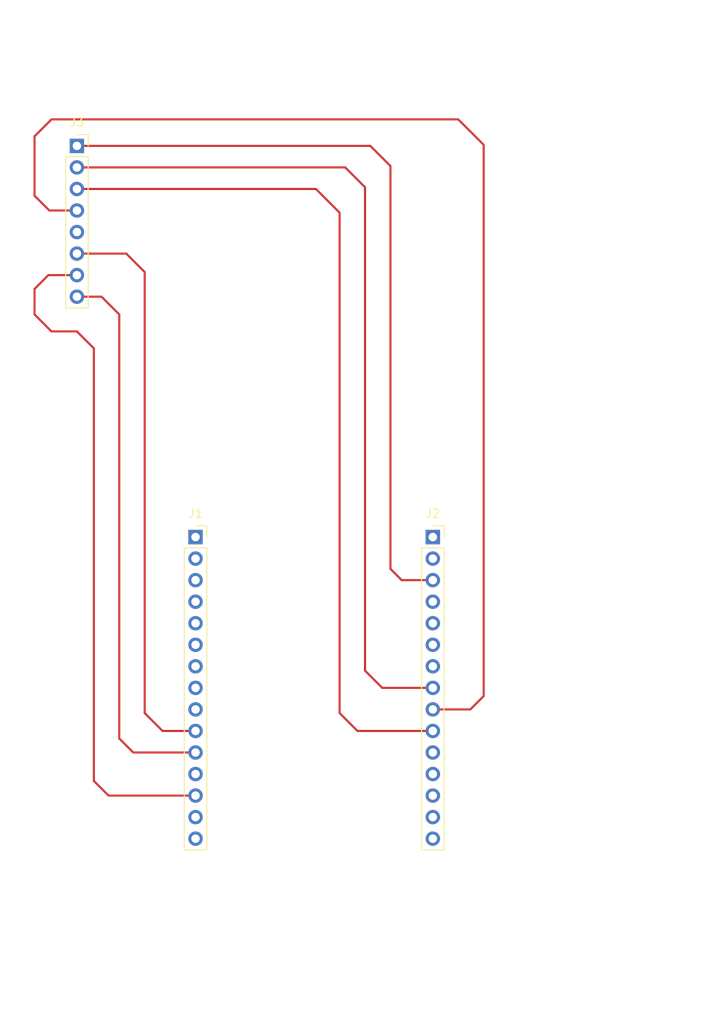
<source format=kicad_pcb>
(kicad_pcb (version 20221018) (generator pcbnew)
  (layers (0 "F.Cu" signal) (31 "B.Cu" signal) (34 "B.Paste" user) (35 "F.Paste" user) (36 "B.SilkS" user "B.Silkscreen") (37 "F.SilkS" user "F.Silkscreen") (38 "B.Mask" user) (39 "F.Mask" user) (44 "Edge.Cuts" user))
  (net 0 "")
  (net 9 "Gelb")
  (net 10 "blau")
  (net 13 "Rot{slash}RST")
  (net 18 "Schwarz")
  (net 22 "Grün")
  (net 23 "Rot")
  (net 24 "Grau")
  (footprint "Connector_PinSocket_2.54mm:PinSocket_1x08_P2.54mm_Vertical" (layer "F.Cu") (at 46 43.125)
    (fp_text reference "J3" (at 0 -2.77) (layer "F.SilkS"))
    (fp_text value "Conn_01x08_Socket")
    (fp_line (start -1.33 1.27) (end -1.33 19.11) (stroke (width 0.12)) (layer "F.SilkS"))
    (fp_line (start -1.33 1.27) (end 1.33 1.27) (stroke (width 0.12)) (layer "F.SilkS"))
    (fp_line (start -1.33 19.11) (end 1.33 19.11) (stroke (width 0.12)) (layer "F.SilkS"))
    (fp_line (start 0 -1.33) (end 1.33 -1.33) (stroke (width 0.12)) (layer "F.SilkS"))
    (fp_line (start 1.33 -1.33) (end 1.33 0) (stroke (width 0.12)) (layer "F.SilkS"))
    (fp_line (start 1.33 1.27) (end 1.33 19.11) (stroke (width 0.12)) (layer "F.SilkS"))
    (pad "1" thru_hole rect (at 0 0) (size 1.7 1.7) (drill 1) (layers "*.Cu" "*.Mask") (net 18 "Schwarz"))
    (pad "2" thru_hole oval (at 0 2.54) (size 1.7 1.7) (drill 1) (layers "*.Cu" "*.Mask") (net 22 "Grün"))
    (pad "3" thru_hole oval (at 0 5.08) (size 1.7 1.7) (drill 1) (layers "*.Cu" "*.Mask") (net 24 "Grau"))
    (pad "4" thru_hole oval (at 0 7.62) (size 1.7 1.7) (drill 1) (layers "*.Cu" "*.Mask") (net 23 "Rot"))
    (pad "5" thru_hole oval (at 0 10.16) (size 1.7 1.7) (drill 1) (layers "*.Cu" "*.Mask"))
    (pad "6" thru_hole oval (at 0 12.7) (size 1.7 1.7) (drill 1) (layers "*.Cu" "*.Mask") (net 9 "Gelb"))
    (pad "7" thru_hole oval (at 0 15.24) (size 1.7 1.7) (drill 1) (layers "*.Cu" "*.Mask") (net 13 "Rot{slash}RST"))
    (pad "8" thru_hole oval (at 0 17.78) (size 1.7 1.7) (drill 1) (layers "*.Cu" "*.Mask") (net 10 "blau"))
  )
  (footprint "Connector_PinSocket_2.54mm:PinSocket_1x15_P2.54mm_Vertical" (layer "F.Cu") (at 60 89.25)
    (fp_text reference "J1" (at 0 -2.77) (layer "F.SilkS"))
    (fp_text value "Conn_01x15_Socket")
    (fp_line (start -1.33 1.27) (end -1.33 36.89) (stroke (width 0.12)) (layer "F.SilkS"))
    (fp_line (start -1.33 1.27) (end 1.33 1.27) (stroke (width 0.12)) (layer "F.SilkS"))
    (fp_line (start -1.33 36.89) (end 1.33 36.89) (stroke (width 0.12)) (layer "F.SilkS"))
    (fp_line (start 0 -1.33) (end 1.33 -1.33) (stroke (width 0.12)) (layer "F.SilkS"))
    (fp_line (start 1.33 -1.33) (end 1.33 0) (stroke (width 0.12)) (layer "F.SilkS"))
    (fp_line (start 1.33 1.27) (end 1.33 36.89) (stroke (width 0.12)) (layer "F.SilkS"))
    (pad "1" thru_hole rect (at 0 0) (size 1.7 1.7) (drill 1) (layers "*.Cu" "*.Mask"))
    (pad "2" thru_hole oval (at 0 2.54) (size 1.7 1.7) (drill 1) (layers "*.Cu" "*.Mask"))
    (pad "3" thru_hole oval (at 0 5.08) (size 1.7 1.7) (drill 1) (layers "*.Cu" "*.Mask"))
    (pad "4" thru_hole oval (at 0 7.62) (size 1.7 1.7) (drill 1) (layers "*.Cu" "*.Mask"))
    (pad "5" thru_hole oval (at 0 10.16) (size 1.7 1.7) (drill 1) (layers "*.Cu" "*.Mask"))
    (pad "6" thru_hole oval (at 0 12.7) (size 1.7 1.7) (drill 1) (layers "*.Cu" "*.Mask"))
    (pad "7" thru_hole oval (at 0 15.24) (size 1.7 1.7) (drill 1) (layers "*.Cu" "*.Mask"))
    (pad "8" thru_hole oval (at 0 17.78) (size 1.7 1.7) (drill 1) (layers "*.Cu" "*.Mask"))
    (pad "9" thru_hole oval (at 0 20.32) (size 1.7 1.7) (drill 1) (layers "*.Cu" "*.Mask"))
    (pad "10" thru_hole oval (at 0 22.86) (size 1.7 1.7) (drill 1) (layers "*.Cu" "*.Mask") (net 9 "Gelb"))
    (pad "11" thru_hole oval (at 0 25.4) (size 1.7 1.7) (drill 1) (layers "*.Cu" "*.Mask") (net 10 "blau"))
    (pad "12" thru_hole oval (at 0 27.94) (size 1.7 1.7) (drill 1) (layers "*.Cu" "*.Mask"))
    (pad "13" thru_hole oval (at 0 30.48) (size 1.7 1.7) (drill 1) (layers "*.Cu" "*.Mask") (net 13 "Rot{slash}RST"))
    (pad "14" thru_hole oval (at 0 33.02) (size 1.7 1.7) (drill 1) (layers "*.Cu" "*.Mask"))
    (pad "15" thru_hole oval (at 0 35.56) (size 1.7 1.7) (drill 1) (layers "*.Cu" "*.Mask"))
  )
  (footprint "Connector_PinSocket_2.54mm:PinSocket_1x15_P2.54mm_Vertical" (layer "F.Cu") (at 88 89.25)
    (fp_text reference "J2" (at 0 -2.77) (layer "F.SilkS"))
    (fp_text value "Conn_01x15_Socket" hide)
    (fp_line (start -1.33 1.27) (end -1.33 36.89) (stroke (width 0.12)) (layer "F.SilkS"))
    (fp_line (start -1.33 1.27) (end 1.33 1.27) (stroke (width 0.12)) (layer "F.SilkS"))
    (fp_line (start -1.33 36.89) (end 1.33 36.89) (stroke (width 0.12)) (layer "F.SilkS"))
    (fp_line (start 0 -1.33) (end 1.33 -1.33) (stroke (width 0.12)) (layer "F.SilkS"))
    (fp_line (start 1.33 -1.33) (end 1.33 0) (stroke (width 0.12)) (layer "F.SilkS"))
    (fp_line (start 1.33 1.27) (end 1.33 36.89) (stroke (width 0.12)) (layer "F.SilkS"))
    (pad "1" thru_hole rect (at 0 0) (size 1.7 1.7) (drill 1) (layers "*.Cu" "*.Mask"))
    (pad "2" thru_hole oval (at 0 2.54) (size 1.7 1.7) (drill 1) (layers "*.Cu" "*.Mask"))
    (pad "3" thru_hole oval (at 0 5.08) (size 1.7 1.7) (drill 1) (layers "*.Cu" "*.Mask") (net 18 "Schwarz"))
    (pad "4" thru_hole oval (at 0 7.62) (size 1.7 1.7) (drill 1) (layers "*.Cu" "*.Mask"))
    (pad "5" thru_hole oval (at 0 10.16) (size 1.7 1.7) (drill 1) (layers "*.Cu" "*.Mask"))
    (pad "6" thru_hole oval (at 0 12.7) (size 1.7 1.7) (drill 1) (layers "*.Cu" "*.Mask"))
    (pad "7" thru_hole oval (at 0 15.24) (size 1.7 1.7) (drill 1) (layers "*.Cu" "*.Mask"))
    (pad "8" thru_hole oval (at 0 17.78) (size 1.7 1.7) (drill 1) (layers "*.Cu" "*.Mask") (net 22 "Grün"))
    (pad "9" thru_hole oval (at 0 20.32) (size 1.7 1.7) (drill 1) (layers "*.Cu" "*.Mask") (net 23 "Rot"))
    (pad "10" thru_hole oval (at 0 22.86) (size 1.7 1.7) (drill 1) (layers "*.Cu" "*.Mask") (net 24 "Grau"))
    (pad "11" thru_hole oval (at 0 25.4) (size 1.7 1.7) (drill 1) (layers "*.Cu" "*.Mask"))
    (pad "12" thru_hole oval (at 0 27.94) (size 1.7 1.7) (drill 1) (layers "*.Cu" "*.Mask"))
    (pad "13" thru_hole oval (at 0 30.48) (size 1.7 1.7) (drill 1) (layers "*.Cu" "*.Mask"))
    (pad "14" thru_hole oval (at 0 33.02) (size 1.7 1.7) (drill 1) (layers "*.Cu" "*.Mask"))
    (pad "15" thru_hole oval (at 0 35.56) (size 1.7 1.7) (drill 1) (layers "*.Cu" "*.Mask"))
  )
  (segment (start 56.11 112.11) (end 54 110) (width 0.25) (layer "F.Cu") (net 9))
  (segment (start 54 110) (end 54 58) (width 0.25) (layer "F.Cu") (net 9))
  (segment (start 60 112.11) (end 56.11 112.11) (width 0.25) (layer "F.Cu") (net 9))
  (segment (start 54 58) (end 51.825 55.825) (width 0.25) (layer "F.Cu") (net 9))
  (segment (start 51.825 55.825) (end 46 55.825) (width 0.25) (layer "F.Cu") (net 9))
  (segment (start 52.65 114.65) (end 51 113) (width 0.25) (layer "F.Cu") (net 10))
  (segment (start 48.905 60.905) (end 46 60.905) (width 0.25) (layer "F.Cu") (net 10))
  (segment (start 51 113) (end 51 63) (width 0.25) (layer "F.Cu") (net 10))
  (segment (start 51 63) (end 48.905 60.905) (width 0.25) (layer "F.Cu") (net 10))
  (segment (start 60 114.65) (end 52.65 114.65) (width 0.25) (layer "F.Cu") (net 10))
  (segment (start 41 63) (end 43 65) (width 0.25) (layer "F.Cu") (net 13))
  (segment (start 46 65) (end 48 67) (width 0.25) (layer "F.Cu") (net 13))
  (segment (start 49.73 119.73) (end 60 119.73) (width 0.25) (layer "F.Cu") (net 13))
  (segment (start 48 67) (end 48 118) (width 0.25) (layer "F.Cu") (net 13))
  (segment (start 42.635 58.365) (end 41 60) (width 0.25) (layer "F.Cu") (net 13))
  (segment (start 43 65) (end 46 65) (width 0.25) (layer "F.Cu") (net 13))
  (segment (start 46 58.365) (end 42.635 58.365) (width 0.25) (layer "F.Cu") (net 13))
  (segment (start 48 118) (end 49.73 119.73) (width 0.25) (layer "F.Cu") (net 13))
  (segment (start 41 60) (end 41 63) (width 0.25) (layer "F.Cu") (net 13))
  (segment (start 80.625 43.125) (end 83 45.5) (width 0.25) (layer "F.Cu") (net 18))
  (segment (start 83 93) (end 84.33 94.33) (width 0.25) (layer "F.Cu") (net 18))
  (segment (start 88 94.33) (end 88.67 94.33) (width 0.25) (layer "F.Cu") (net 18))
  (segment (start 46 43.125) (end 80.625 43.125) (width 0.25) (layer "F.Cu") (net 18))
  (segment (start 84.33 94.33) (end 88 94.33) (width 0.25) (layer "F.Cu") (net 18))
  (segment (start 83 45.5) (end 83 93) (width 0.25) (layer "F.Cu") (net 18))
  (segment (start 82.03 107.03) (end 80 105) (width 0.25) (layer "F.Cu") (net 22))
  (segment (start 80 105) (end 80 48) (width 0.25) (layer "F.Cu") (net 22))
  (segment (start 88 107.03) (end 82.03 107.03) (width 0.25) (layer "F.Cu") (net 22))
  (segment (start 80 48) (end 77.665 45.665) (width 0.25) (layer "F.Cu") (net 22))
  (segment (start 77.665 45.665) (end 46 45.665) (width 0.25) (layer "F.Cu") (net 22))
  (segment (start 41 49) (end 42.745 50.745) (width 0.25) (layer "F.Cu") (net 23))
  (segment (start 94 108) (end 94 43) (width 0.25) (layer "F.Cu") (net 23))
  (segment (start 94 43) (end 91 40) (width 0.25) (layer "F.Cu") (net 23))
  (segment (start 88 109.57) (end 92.43 109.57) (width 0.25) (layer "F.Cu") (net 23))
  (segment (start 87.57 110) (end 88 109.57) (width 0.25) (layer "F.Cu") (net 23))
  (segment (start 91 40) (end 43 40) (width 0.25) (layer "F.Cu") (net 23))
  (segment (start 42.745 50.745) (end 46 50.745) (width 0.25) (layer "F.Cu") (net 23))
  (segment (start 92.43 109.57) (end 94 108) (width 0.25) (layer "F.Cu") (net 23))
  (segment (start 41 42) (end 41 49) (width 0.25) (layer "F.Cu") (net 23))
  (segment (start 43 40) (end 41 42) (width 0.25) (layer "F.Cu") (net 23))
  (segment (start 77 51) (end 74.205 48.205) (width 0.25) (layer "F.Cu") (net 24))
  (segment (start 77 110) (end 77 51) (width 0.25) (layer "F.Cu") (net 24))
  (segment (start 88 112.11) (end 79.11 112.11) (width 0.25) (layer "F.Cu") (net 24))
  (segment (start 79.11 112.11) (end 77 110) (width 0.25) (layer "F.Cu") (net 24))
  (segment (start 74.205 48.205) (end 46 48.205) (width 0.25) (layer "F.Cu") (net 24))
)
</source>
